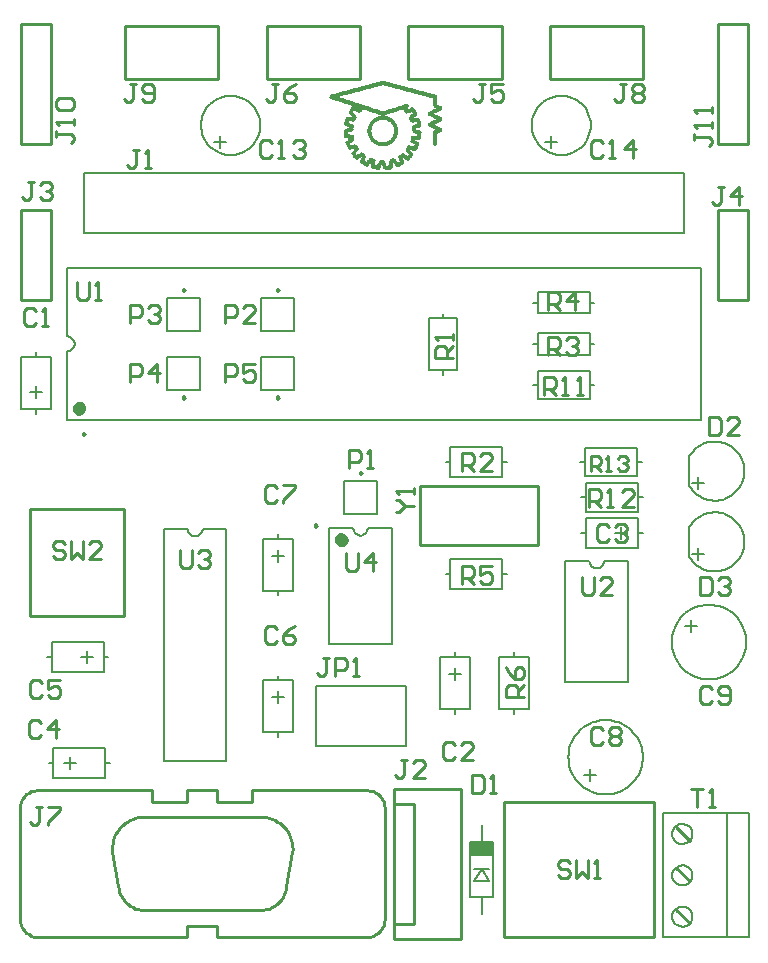
<source format=gto>
*
%LPD*%
%LNsal.gto*%
%FSLAX24Y24*%
%MOIN*%
%AD*%
%ADD10C,0.01*%
%ADD31C,0.009843*%
%ADD32C,0.007874*%
%ADD33C,0.023622*%
%ADD34R,0.012X0.001*%
%ADD35R,0.017X0.001*%
%ADD36R,0.025X0.001*%
%ADD37R,0.033X0.001*%
%ADD38R,0.042X0.001*%
%ADD39R,0.046X0.001*%
%ADD40R,0.054X0.001*%
%ADD41R,0.062X0.001*%
%ADD42R,0.07X0.001*%
%ADD43R,0.076X0.001*%
%ADD44R,0.085X0.001*%
%ADD45R,0.092X0.001*%
%ADD46R,0.044X0.001*%
%ADD47R,0.047X0.001*%
%ADD48R,0.045X0.001*%
%ADD49R,0.048X0.001*%
%ADD50R,0.043X0.001*%
%ADD51R,0.039X0.001*%
%ADD52R,0.041X0.001*%
%ADD53R,0.036X0.001*%
%ADD54R,0.031X0.001*%
%ADD55R,0.034X0.001*%
%ADD56R,0.029X0.001*%
%ADD57R,0.026X0.001*%
%ADD58R,0.024X0.001*%
%ADD59R,0.03X0.001*%
%ADD60R,0.022X0.001*%
%ADD61R,0.035X0.001*%
%ADD62R,0.014X0.001*%
%ADD63R,0.037X0.001*%
%ADD64R,0.011X0.001*%
%ADD65R,0.038X0.001*%
%ADD66R,0.003X0.001*%
%ADD67R,0.008X0.001*%
%ADD68R,0.013X0.001*%
%ADD69R,0.019X0.001*%
%ADD70R,0.015X0.001*%
%ADD71R,0.027X0.001*%
%ADD72R,0.002X0.001*%
%ADD73R,0.021X0.001*%
%ADD74R,0.007X0.001*%
%ADD75R,0.032X0.001*%
%ADD76R,0.023X0.001*%
%ADD77R,0.01X0.001*%
%ADD78R,0.018X0.001*%
%ADD79R,0.04X0.001*%
%ADD80R,0.006X0.001*%
%ADD81R,0.074X0.001*%
%ADD82R,0.05X0.001*%
%ADD83R,0.016X0.001*%
%ADD84R,0.02X0.001*%
%ADD85R,0.072X0.001*%
%ADD86R,0.065X0.001*%
%ADD87R,0.06X0.001*%
%ADD88R,0.053X0.001*%
%ADD89R,0.004X0.001*%
%ADD90R,0.028X0.001*%
%ADD91R,0.056X0.001*%
%ADD92R,0.059X0.001*%
%ADD93R,0.064X0.001*%
%ADD94R,0.009X0.001*%
%ADD95R,0.005X0.001*%
%ADD96R,0.058X0.001*%
%ADD97R,0.052X0.001*%
%ADD98R,0.049X0.001*%
%ADD99R,0.075984X0.047402*%
G54D10*
%SRX1Y1I0.0J0.0*%
G1X197Y329D2*
G1X270Y256D1*
G1X354Y197D1*
G1X447Y154D1*
G1X547Y127D1*
G1X649Y118D1*
G1X5649Y118D1*
G1X5649Y492D1*
G1X6633Y492D1*
G1X6633Y118D1*
G1X11633Y118D1*
G1X11736Y127D1*
G1X11835Y154D1*
G1X11929Y197D1*
G1X12013Y256D1*
G1X12086Y329D1*
G1X12145Y413D1*
G1X12189Y506D1*
G1X12215Y606D1*
G1X12224Y708D1*
G1X12224Y4409D1*
G1X12215Y4512D1*
G1X12189Y4611D1*
G1X12145Y4704D1*
G1X12086Y4789D1*
G1X12013Y4862D1*
G1X11929Y4920D1*
G1X11835Y4964D1*
G1X11736Y4991D1*
G1X11633Y5000D1*
G1X7815Y5000D1*
G1X7815Y4626D1*
G1X6633Y4626D1*
G1X6633Y5000D1*
G1X5649Y5000D1*
G1X5649Y4626D1*
G1X4468Y4626D1*
G1X4468Y5000D1*
G1X649Y5000D1*
G1X547Y4991D1*
G1X447Y4964D1*
G1X354Y4920D1*
G1X270Y4862D1*
G1X197Y4789D1*
G1X138Y4704D1*
G1X94Y4611D1*
G1X68Y4512D1*
G1X59Y4409D1*
G1X59Y708D1*
G1X68Y606D1*
G1X94Y506D1*
G1X138Y413D1*
G1X197Y329D1*
G1X3581Y1280D2*
G1X3654Y1211D1*
G1X3734Y1150D1*
G1X3821Y1100D1*
G1X3912Y1059D1*
G1X4008Y1028D1*
G1X4107Y1009D1*
G1X4207Y1001D1*
G1X4307Y1004D1*
G1X7976Y1004D1*
G1X8076Y1001D1*
G1X8176Y1009D1*
G1X8275Y1028D1*
G1X8371Y1059D1*
G1X8462Y1100D1*
G1X8549Y1150D1*
G1X8629Y1211D1*
G1X8702Y1280D1*
G1X8767Y1356D1*
G1X8823Y1439D1*
G1X8869Y1528D1*
G1X8905Y1622D1*
G1X8930Y1719D1*
G1X8944Y1819D1*
G1X9145Y2956D1*
G1X9150Y3055D1*
G1X9145Y3154D1*
G1X9131Y3251D1*
G1X9108Y3347D1*
G1X9076Y3440D1*
G1X9036Y3530D1*
G1X8988Y3616D1*
G1X8931Y3697D1*
G1X8869Y3773D1*
G1X8798Y3842D1*
G1X8722Y3905D1*
G1X8641Y3960D1*
G1X8555Y4008D1*
G1X8464Y4048D1*
G1X8370Y4078D1*
G1X8275Y4101D1*
G1X8177Y4114D1*
G1X4106Y4114D1*
G1X4008Y4101D1*
G1X3912Y4078D1*
G1X3819Y4048D1*
G1X3728Y4008D1*
G1X3642Y3960D1*
G1X3561Y3905D1*
G1X3485Y3842D1*
G1X3415Y3773D1*
G1X3351Y3697D1*
G1X3295Y3616D1*
G1X3247Y3530D1*
G1X3207Y3440D1*
G1X3175Y3347D1*
G1X3152Y3251D1*
G1X3138Y3154D1*
G1X3133Y3055D1*
G1X3137Y2956D1*
G1X3338Y1819D1*
G1X3353Y1719D1*
G1X3378Y1622D1*
G1X3414Y1528D1*
G1X3460Y1439D1*
G1X3516Y1356D1*
G1X3581Y1280D1*
G1X993Y3838D2*
G1X993Y3938D1*
G1X1393Y4338D1*
G1X1393Y4438D1*
G1X993Y4438D1*
G1X793Y4438D2*
G1X593Y4438D1*
G1X693Y4438D1*
G1X693Y3938D1*
G1X593Y3838D1*
G1X493Y3838D1*
G1X393Y3938D1*
G1X476Y6741D2*
G1X676Y6741D1*
G1X776Y6841D1*
G1X376Y6841D2*
G1X476Y6741D1*
G1X376Y6841D2*
G1X376Y7241D1*
G1X476Y7341D1*
G1X676Y7341D1*
G1X776Y7241D1*
G1X976Y7041D2*
G1X1375Y7041D1*
G1X1275Y7341D2*
G1X976Y7041D1*
G1X1275Y7341D2*
G1X1275Y6741D1*
G1X1293Y8070D2*
G1X1093Y8070D1*
G1X993Y8170D1*
G1X793Y8170D2*
G1X693Y8070D1*
G1X493Y8070D1*
G1X393Y8170D1*
G1X393Y8570D1*
G1X493Y8670D1*
G1X693Y8670D1*
G1X793Y8570D1*
G1X993Y8670D2*
G1X993Y8370D1*
G1X1193Y8470D1*
G1X1293Y8470D1*
G1X1393Y8370D1*
G1X1393Y8170D1*
G1X1293Y8070D1*
G1X1393Y8670D2*
G1X993Y8670D1*
G1X3543Y10826D2*
G1X3543Y14370D1*
G1X393Y14370D1*
G1X393Y10826D1*
G1X3543Y10826D1*
G1X2780Y12696D2*
G1X2380Y12696D1*
G1X2780Y13096D1*
G1X2780Y13196D1*
G1X2680Y13296D1*
G1X2480Y13296D1*
G1X2380Y13196D1*
G1X2181Y12696D2*
G1X2181Y13296D1*
G1X1781Y13296D2*
G1X1781Y12696D1*
G1X1981Y12896D1*
G1X2181Y12696D1*
G1X1481Y13296D2*
G1X1281Y13296D1*
G1X1181Y13196D1*
G1X1181Y13096D1*
G1X1281Y12996D1*
G1X1481Y12996D1*
G1X1581Y12896D1*
G1X1581Y12796D1*
G1X1481Y12696D1*
G1X1281Y12696D1*
G1X1181Y12796D1*
G1X1581Y13196D2*
G1X1481Y13296D1*
G1X5413Y13001D2*
G1X5413Y12501D1*
G1X5513Y12401D1*
G1X5713Y12401D1*
G1X5813Y12501D1*
G1X5813Y13001D1*
G1X6013Y12901D2*
G1X6113Y13001D1*
G1X6313Y13001D1*
G1X6413Y12901D1*
G1X6413Y12801D1*
G1X6313Y12701D1*
G1X6213Y12701D1*
G1X6313Y12701D1*
G1X6413Y12601D1*
G1X6413Y12501D1*
G1X6313Y12401D1*
G1X6113Y12401D1*
G1X6013Y12501D1*
G1X8326Y10464D2*
G1X8226Y10364D1*
G1X8226Y9964D1*
G1X8326Y9864D1*
G1X8526Y9864D1*
G1X8626Y9964D1*
G1X8826Y9964D2*
G1X8926Y9864D1*
G1X9126Y9864D1*
G1X9226Y9964D1*
G1X9226Y10064D1*
G1X9126Y10164D1*
G1X8826Y10164D1*
G1X8826Y9964D1*
G1X8826Y10164D2*
G1X9026Y10364D1*
G1X9226Y10464D1*
G1X10174Y9416D2*
G1X10274Y9416D1*
G1X10274Y8916D1*
G1X10174Y8816D1*
G1X10074Y8816D1*
G1X9974Y8916D1*
G1X10174Y9416D2*
G1X10374Y9416D1*
G1X10574Y9416D2*
G1X10874Y9416D1*
G1X10974Y9316D1*
G1X10974Y9116D1*
G1X10874Y9016D1*
G1X10574Y9016D1*
G1X10574Y8816D2*
G1X10574Y9416D1*
G1X11273Y9416D2*
G1X11173Y9316D1*
G1X11273Y9416D2*
G1X11273Y8816D1*
G1X11373Y8816D1*
G1X11173Y8816D1*
G1X12773Y6007D2*
G1X12873Y6007D1*
G1X12873Y5507D1*
G1X12773Y5407D1*
G1X12673Y5407D1*
G1X12573Y5507D1*
G1X12527Y5059D2*
G1X14779Y5059D1*
G1X14779Y59D1*
G1X12527Y59D1*
G1X12527Y5059D1*
G1X12527Y4559D2*
G1X13189Y4559D1*
G1X13189Y559D1*
G1X12527Y559D1*
G1X16200Y112D2*
G1X21200Y112D1*
G1X21200Y4612D1*
G1X16200Y4612D1*
G1X16200Y112D1*
G1X18111Y2067D2*
G1X18011Y2167D1*
G1X18011Y2467D2*
G1X18111Y2367D1*
G1X18311Y2367D1*
G1X18411Y2267D1*
G1X18411Y2167D1*
G1X18311Y2067D1*
G1X18111Y2067D1*
G1X18611Y2067D2*
G1X18811Y2267D1*
G1X19011Y2067D1*
G1X19011Y2667D1*
G1X19311Y2667D2*
G1X19211Y2567D1*
G1X19311Y2667D2*
G1X19311Y2067D1*
G1X19411Y2067D1*
G1X19211Y2067D1*
G1X18611Y2067D2*
G1X18611Y2667D1*
G1X18411Y2567D2*
G1X18311Y2667D1*
G1X18111Y2667D1*
G1X18011Y2567D1*
G1X18011Y2467D1*
G1X15933Y4907D2*
G1X15833Y4907D1*
G1X15833Y5507D1*
G1X15733Y5407D1*
G1X15733Y4907D2*
G1X15933Y4907D1*
G1X15173Y6004D2*
G1X14773Y6004D1*
G1X15173Y6404D1*
G1X15173Y6504D1*
G1X15073Y6604D1*
G1X14873Y6604D1*
G1X14773Y6504D1*
G1X14573Y6504D2*
G1X14473Y6604D1*
G1X14273Y6604D1*
G1X14173Y6504D1*
G1X14173Y6104D1*
G1X14273Y6004D1*
G1X14473Y6004D1*
G1X14573Y6104D1*
G1X15133Y5507D2*
G1X15133Y4907D1*
G1X15433Y4907D1*
G1X15533Y5007D1*
G1X15533Y5407D1*
G1X15433Y5507D1*
G1X15133Y5507D1*
G1X13573Y5807D2*
G1X13573Y5907D1*
G1X13473Y6007D1*
G1X13273Y6007D1*
G1X13173Y5907D1*
G1X13573Y5807D2*
G1X13173Y5407D1*
G1X13573Y5407D1*
G1X12973Y6007D2*
G1X12773Y6007D1*
G1X16269Y8101D2*
G1X16269Y8401D1*
G1X16369Y8501D1*
G1X16569Y8501D1*
G1X16669Y8401D1*
G1X16669Y8101D1*
G1X16269Y8101D2*
G1X16868Y8101D1*
G1X19094Y6596D2*
G1X19194Y6496D1*
G1X19394Y6496D1*
G1X19494Y6596D1*
G1X19694Y6596D2*
G1X19694Y6696D1*
G1X19794Y6796D1*
G1X19694Y6896D1*
G1X19694Y6996D1*
G1X19794Y7096D1*
G1X19994Y7096D1*
G1X20094Y6996D1*
G1X20094Y6896D1*
G1X19994Y6796D1*
G1X20094Y6696D1*
G1X20094Y6596D1*
G1X19994Y6496D1*
G1X19794Y6496D1*
G1X19694Y6596D1*
G1X19794Y6796D2*
G1X19994Y6796D1*
G1X19494Y6996D2*
G1X19394Y7096D1*
G1X19194Y7096D1*
G1X19094Y6996D1*
G1X19094Y6596D1*
G1X16868Y8501D2*
G1X16669Y8301D1*
G1X16769Y8701D2*
G1X16868Y8801D1*
G1X16868Y9001D1*
G1X16769Y9101D1*
G1X16669Y9101D1*
G1X16569Y9001D1*
G1X16569Y8701D1*
G1X16769Y8701D1*
G1X16569Y8701D2*
G1X16369Y8901D1*
G1X16269Y9101D1*
G1X18799Y11615D2*
G1X18899Y11515D1*
G1X19099Y11515D1*
G1X19199Y11615D1*
G1X19199Y12115D1*
G1X18799Y12115D2*
G1X18799Y11615D1*
G1X19399Y11515D2*
G1X19799Y11915D1*
G1X19799Y12015D1*
G1X19699Y12115D1*
G1X19499Y12115D1*
G1X19399Y12015D1*
G1X19399Y11515D2*
G1X19799Y11515D1*
G1X22836Y8474D2*
G1X22736Y8374D1*
G1X22736Y7974D1*
G1X22836Y7874D1*
G1X23036Y7874D1*
G1X23136Y7974D1*
G1X23336Y7974D2*
G1X23436Y7874D1*
G1X23636Y7874D1*
G1X23736Y7974D1*
G1X23736Y8374D1*
G1X23636Y8474D1*
G1X23436Y8474D1*
G1X23336Y8374D1*
G1X23336Y8274D1*
G1X23436Y8174D1*
G1X23736Y8174D1*
G1X23136Y8374D2*
G1X23036Y8474D1*
G1X22836Y8474D1*
G1X23436Y11515D2*
G1X23336Y11615D1*
G1X23436Y11515D2*
G1X23636Y11515D1*
G1X23736Y11615D1*
G1X23736Y11715D1*
G1X23636Y11815D1*
G1X23536Y11815D1*
G1X23636Y11815D1*
G1X23736Y11915D1*
G1X23736Y12015D1*
G1X23636Y12115D1*
G1X23436Y12115D1*
G1X23336Y12015D1*
G1X23136Y12015D2*
G1X23036Y12115D1*
G1X22736Y12115D1*
G1X22736Y11515D1*
G1X23036Y11515D1*
G1X23136Y11615D1*
G1X23136Y12015D1*
G1X20526Y14830D2*
G1X20526Y14930D1*
G1X20426Y15030D1*
G1X20226Y15030D1*
G1X20126Y14930D1*
G1X19726Y15030D2*
G1X19626Y14930D1*
G1X19426Y14930D2*
G1X19426Y14730D1*
G1X19326Y14630D1*
G1X19026Y14630D1*
G1X19226Y14630D2*
G1X19426Y14430D1*
G1X19626Y14430D2*
G1X19826Y14430D1*
G1X19726Y14430D1*
G1X19726Y15030D1*
G1X19426Y14930D2*
G1X19326Y15030D1*
G1X19026Y15030D1*
G1X19026Y14430D1*
G1X19291Y13787D2*
G1X19291Y13387D1*
G1X19391Y13287D1*
G1X19591Y13287D1*
G1X19691Y13387D1*
G1X19891Y13387D2*
G1X19991Y13287D1*
G1X20191Y13287D1*
G1X20291Y13387D1*
G1X20291Y13487D1*
G1X20191Y13587D1*
G1X20091Y13587D1*
G1X20191Y13587D1*
G1X20291Y13687D1*
G1X20291Y13787D1*
G1X20191Y13887D1*
G1X19991Y13887D1*
G1X19891Y13787D1*
G1X19691Y13787D2*
G1X19591Y13887D1*
G1X19391Y13887D1*
G1X19291Y13787D1*
G1X20126Y14430D2*
G1X20526Y14830D1*
G1X20324Y15731D2*
G1X20242Y15649D1*
G1X20078Y15649D1*
G1X19996Y15731D1*
G1X19750Y15649D2*
G1X19668Y15649D1*
G1X19668Y16141D1*
G1X19586Y16059D1*
G1X19422Y16059D2*
G1X19422Y15895D1*
G1X19340Y15813D1*
G1X19094Y15813D1*
G1X19258Y15813D2*
G1X19422Y15649D1*
G1X19586Y15649D2*
G1X19750Y15649D1*
G1X20324Y15731D2*
G1X20324Y15813D1*
G1X20242Y15895D1*
G1X20160Y15895D1*
G1X20242Y15895D1*
G1X20324Y15978D1*
G1X20324Y16059D1*
G1X20242Y16141D1*
G1X20078Y16141D1*
G1X19996Y16059D1*
G1X19422Y16059D2*
G1X19340Y16141D1*
G1X19094Y16141D1*
G1X19094Y15649D1*
G1X20126Y14430D2*
G1X20526Y14430D1*
G1X23031Y16830D2*
G1X23331Y16830D1*
G1X23431Y16930D1*
G1X23431Y17330D1*
G1X23331Y17430D1*
G1X23031Y17430D1*
G1X23031Y16830D1*
G1X23631Y16830D2*
G1X24031Y17230D1*
G1X24031Y17330D1*
G1X23931Y17430D1*
G1X23731Y17430D1*
G1X23631Y17330D1*
G1X23631Y16830D2*
G1X24031Y16830D1*
G1X24319Y21334D2*
G1X24319Y24334D1*
G1X23319Y24334D1*
G1X23319Y21334D1*
G1X24319Y21334D1*
G1X24030Y24507D2*
G1X24030Y25107D1*
G1X23730Y24807D1*
G1X24130Y24807D1*
G1X23530Y25107D2*
G1X23330Y25107D1*
G1X23430Y25107D1*
G1X23430Y24607D1*
G1X23330Y24507D1*
G1X23230Y24507D1*
G1X23130Y24607D1*
G1X23319Y26543D2*
G1X24319Y26543D1*
G1X24319Y30543D1*
G1X23319Y30543D1*
G1X23319Y26543D1*
G1X23130Y27276D2*
G1X23130Y27176D1*
G1X22530Y27176D1*
G1X22630Y27076D1*
G1X22530Y26876D2*
G1X22530Y26676D1*
G1X22530Y26776D1*
G1X23030Y26776D1*
G1X23130Y26676D1*
G1X23130Y26576D1*
G1X23030Y26476D1*
G1X23130Y27076D2*
G1X23130Y27276D1*
G1X23130Y27576D2*
G1X23130Y27776D1*
G1X23130Y27676D1*
G1X22530Y27676D1*
G1X22630Y27576D1*
G1X20781Y28552D2*
G1X20881Y28452D1*
G1X20881Y28352D1*
G1X20781Y28252D1*
G1X20881Y28152D1*
G1X20881Y28052D1*
G1X20781Y27952D1*
G1X20581Y27952D1*
G1X20481Y28052D1*
G1X20481Y28152D1*
G1X20581Y28252D1*
G1X20481Y28352D1*
G1X20481Y28452D1*
G1X20581Y28552D1*
G1X20781Y28552D1*
G1X20846Y28700D2*
G1X20846Y30472D1*
G1X17736Y30472D1*
G1X17736Y28700D1*
G1X20846Y28700D1*
G1X20781Y28252D2*
G1X20581Y28252D1*
G1X20181Y28052D2*
G1X20081Y27952D1*
G1X19981Y27952D1*
G1X19881Y28052D1*
G1X20181Y28052D2*
G1X20181Y28552D1*
G1X20081Y28552D1*
G1X20281Y28552D1*
G1X19194Y26682D2*
G1X19094Y26582D1*
G1X19094Y26182D1*
G1X19194Y26082D1*
G1X19394Y26082D1*
G1X19494Y26182D1*
G1X19694Y26082D2*
G1X19894Y26082D1*
G1X19794Y26082D1*
G1X19794Y26682D1*
G1X19694Y26582D1*
G1X19494Y26582D2*
G1X19394Y26682D1*
G1X19194Y26682D1*
G1X20494Y26682D2*
G1X20194Y26382D1*
G1X20594Y26382D1*
G1X20494Y26082D2*
G1X20494Y26682D1*
G1X16122Y30472D2*
G1X13011Y30472D1*
G1X13011Y28700D1*
G1X16122Y28700D1*
G1X16122Y30472D1*
G1X16157Y28552D2*
G1X15757Y28552D1*
G1X15757Y28252D1*
G1X15957Y28352D1*
G1X16057Y28352D1*
G1X16157Y28252D1*
G1X16157Y28052D1*
G1X16057Y27952D1*
G1X15857Y27952D1*
G1X15757Y28052D1*
G1X15557Y28552D2*
G1X15357Y28552D1*
G1X15457Y28552D1*
G1X15457Y28052D1*
G1X15357Y27952D1*
G1X15257Y27952D1*
G1X15157Y28052D1*
G1X11397Y30472D2*
G1X8287Y30472D1*
G1X8287Y28700D1*
G1X11397Y28700D1*
G1X11397Y30472D1*
G1X9267Y28552D2*
G1X9067Y28452D1*
G1X8867Y28252D1*
G1X8867Y28052D1*
G1X8967Y27952D1*
G1X9167Y27952D1*
G1X9267Y28052D1*
G1X9267Y28152D1*
G1X9167Y28252D1*
G1X8867Y28252D1*
G1X8567Y28052D2*
G1X8467Y27952D1*
G1X8367Y27952D1*
G1X8267Y28052D1*
G1X8567Y28052D2*
G1X8567Y28552D1*
G1X8467Y28552D1*
G1X8667Y28552D1*
G1X6673Y30472D2*
G1X3563Y30472D1*
G1X3563Y28700D1*
G1X6673Y28700D1*
G1X6673Y30472D1*
G1X4443Y28552D2*
G1X4243Y28552D1*
G1X4143Y28452D1*
G1X4143Y28352D1*
G1X4243Y28252D1*
G1X4543Y28252D1*
G1X4543Y28052D2*
G1X4543Y28452D1*
G1X4443Y28552D1*
G1X4443Y27952D2*
G1X4543Y28052D1*
G1X4443Y27952D2*
G1X4243Y27952D1*
G1X4143Y28052D1*
G1X4341Y26348D2*
G1X4241Y26248D1*
G1X4341Y26348D2*
G1X4341Y25748D1*
G1X4441Y25748D1*
G1X4241Y25748D1*
G1X4041Y26348D2*
G1X3841Y26348D1*
G1X3941Y26348D1*
G1X3941Y25848D1*
G1X3841Y25748D1*
G1X3741Y25748D1*
G1X3641Y25848D1*
G1X1870Y26674D2*
G1X1770Y26574D1*
G1X1870Y26674D2*
G1X1870Y26774D1*
G1X1770Y26874D1*
G1X1270Y26874D1*
G1X1270Y26774D1*
G1X1270Y26974D1*
G1X1370Y27174D2*
G1X1270Y27274D1*
G1X1870Y27274D1*
G1X1870Y27374D1*
G1X1870Y27174D1*
G1X3643Y27952D2*
G1X3543Y28052D1*
G1X3643Y27952D2*
G1X3743Y27952D1*
G1X3843Y28052D1*
G1X3843Y28552D1*
G1X3743Y28552D1*
G1X3943Y28552D1*
G1X1770Y28074D2*
G1X1870Y27974D1*
G1X1870Y27774D1*
G1X1770Y27674D1*
G1X1370Y27674D1*
G1X1270Y27774D1*
G1X1270Y27974D1*
G1X1370Y28074D1*
G1X1770Y28074D1*
G1X1090Y26543D2*
G1X1090Y30543D1*
G1X90Y30543D1*
G1X90Y26543D1*
G1X1090Y26543D1*
G1X1043Y25287D2*
G1X1143Y25187D1*
G1X1143Y25087D1*
G1X1043Y24987D1*
G1X943Y24987D1*
G1X1043Y24987D1*
G1X1143Y24887D1*
G1X1143Y24787D1*
G1X1043Y24687D1*
G1X843Y24687D1*
G1X743Y24787D1*
G1X443Y24787D2*
G1X343Y24687D1*
G1X243Y24687D1*
G1X143Y24787D1*
G1X90Y24334D2*
G1X1090Y24334D1*
G1X1090Y21334D1*
G1X90Y21334D1*
G1X90Y24334D1*
G1X443Y24787D2*
G1X443Y25287D1*
G1X343Y25287D1*
G1X543Y25287D1*
G1X743Y25187D2*
G1X843Y25287D1*
G1X1043Y25287D1*
G1X296Y21072D2*
G1X196Y20972D1*
G1X196Y20572D1*
G1X296Y20472D1*
G1X496Y20472D1*
G1X596Y20572D1*
G1X796Y20472D2*
G1X996Y20472D1*
G1X896Y20472D1*
G1X896Y21072D1*
G1X796Y20972D1*
G1X596Y20972D2*
G1X496Y21072D1*
G1X296Y21072D1*
G1X1968Y21458D2*
G1X2068Y21358D1*
G1X2268Y21358D1*
G1X2368Y21458D1*
G1X2368Y21958D1*
G1X2668Y21958D2*
G1X2568Y21858D1*
G1X2668Y21958D2*
G1X2668Y21358D1*
G1X2768Y21358D1*
G1X2568Y21358D1*
G1X1968Y21458D2*
G1X1968Y21958D1*
G1X3740Y20770D2*
G1X4040Y20770D1*
G1X4140Y20870D1*
G1X4140Y21070D1*
G1X4040Y21170D1*
G1X3740Y21170D1*
G1X3740Y20570D1*
G1X3740Y19202D2*
G1X4040Y19202D1*
G1X4140Y19102D1*
G1X4140Y18902D1*
G1X4040Y18802D1*
G1X3740Y18802D1*
G1X3740Y18602D2*
G1X3740Y19202D1*
G1X4640Y19202D2*
G1X4340Y18902D1*
G1X4740Y18902D1*
G1X4640Y18602D2*
G1X4640Y19202D1*
G1X4640Y20570D2*
G1X4440Y20570D1*
G1X4340Y20670D1*
G1X4540Y20870D2*
G1X4640Y20870D1*
G1X4540Y20870D1*
G1X4640Y20870D2*
G1X4740Y20770D1*
G1X4740Y20670D1*
G1X4640Y20570D1*
G1X4640Y20870D2*
G1X4740Y20970D1*
G1X4740Y21070D1*
G1X4640Y21170D1*
G1X4440Y21170D1*
G1X4340Y21070D1*
G1X6889Y19202D2*
G1X7189Y19202D1*
G1X7289Y19102D1*
G1X7289Y18902D1*
G1X7189Y18802D1*
G1X6889Y18802D1*
G1X6889Y18602D2*
G1X6889Y19202D1*
G1X7489Y19202D2*
G1X7489Y18902D1*
G1X7689Y19002D1*
G1X7789Y19002D1*
G1X7889Y18902D1*
G1X7889Y18702D1*
G1X7789Y18602D1*
G1X7589Y18602D1*
G1X7489Y18702D1*
G1X7489Y19202D2*
G1X7889Y19202D1*
G1X7889Y20570D2*
G1X7489Y20570D1*
G1X7889Y20970D1*
G1X7889Y21070D1*
G1X7789Y21170D1*
G1X7589Y21170D1*
G1X7489Y21070D1*
G1X7289Y21070D2*
G1X7289Y20870D1*
G1X7189Y20770D1*
G1X6889Y20770D1*
G1X6889Y20570D2*
G1X6889Y21170D1*
G1X7189Y21170D1*
G1X7289Y21070D1*
G1X11023Y16348D2*
G1X11323Y16348D1*
G1X11423Y16248D1*
G1X11423Y16048D1*
G1X11323Y15948D1*
G1X11023Y15948D1*
G1X11023Y16348D2*
G1X11023Y15748D1*
G1X11623Y15748D2*
G1X11823Y15748D1*
G1X11723Y15748D1*
G1X11723Y16348D1*
G1X11623Y16248D1*
G1X12589Y14971D2*
G1X12689Y14871D1*
G1X12689Y14671D2*
G1X12589Y14671D1*
G1X12689Y14671D2*
G1X12889Y14471D1*
G1X13189Y14471D1*
G1X13385Y13189D2*
G1X17322Y13189D1*
G1X17322Y15157D1*
G1X13385Y15157D1*
G1X13385Y13189D1*
G1X14794Y11871D2*
G1X14794Y12471D1*
G1X15094Y12471D1*
G1X15194Y12371D1*
G1X15194Y12171D1*
G1X15094Y12071D1*
G1X14794Y12071D1*
G1X14994Y12071D2*
G1X15194Y11871D1*
G1X15494Y11871D2*
G1X15394Y11971D1*
G1X15494Y11871D2*
G1X15694Y11871D1*
G1X15794Y11971D1*
G1X15794Y12171D1*
G1X15694Y12271D1*
G1X15594Y12271D1*
G1X15394Y12171D1*
G1X15394Y12471D1*
G1X15794Y12471D1*
G1X15806Y15655D2*
G1X15406Y15655D1*
G1X15806Y16055D1*
G1X15806Y16155D1*
G1X15706Y16255D1*
G1X15506Y16255D1*
G1X15406Y16155D1*
G1X15206Y16155D2*
G1X15206Y15955D1*
G1X15106Y15855D1*
G1X14806Y15855D1*
G1X15006Y15855D2*
G1X15206Y15655D1*
G1X14806Y15655D2*
G1X14806Y16255D1*
G1X15106Y16255D1*
G1X15206Y16155D1*
G1X13189Y15071D2*
G1X13189Y14971D1*
G1X12589Y14971D1*
G1X12589Y14271D2*
G1X12689Y14271D1*
G1X12889Y14471D1*
G1X11825Y12903D2*
G1X11525Y12603D1*
G1X11925Y12603D1*
G1X11825Y12303D2*
G1X11825Y12903D1*
G1X11325Y12903D2*
G1X11325Y12403D1*
G1X11225Y12303D1*
G1X11025Y12303D1*
G1X10925Y12403D1*
G1X10925Y12903D1*
G1X13189Y14871D2*
G1X13189Y15071D1*
G1X17530Y18170D2*
G1X17530Y18770D1*
G1X17830Y18770D1*
G1X17930Y18670D1*
G1X17930Y18470D1*
G1X17830Y18370D1*
G1X17530Y18370D1*
G1X17730Y18370D2*
G1X17930Y18170D1*
G1X18130Y18170D2*
G1X18330Y18170D1*
G1X18230Y18170D1*
G1X18230Y18770D1*
G1X18130Y18670D1*
G1X18630Y18670D2*
G1X18729Y18770D1*
G1X18729Y18170D1*
G1X18829Y18170D1*
G1X18630Y18170D1*
G1X18563Y19517D2*
G1X18363Y19517D1*
G1X18263Y19617D1*
G1X18263Y20017D2*
G1X18363Y20117D1*
G1X18563Y20117D1*
G1X18663Y20017D1*
G1X18663Y19917D1*
G1X18563Y19817D1*
G1X18463Y19817D1*
G1X18563Y19817D1*
G1X18663Y19717D1*
G1X18663Y19617D1*
G1X18563Y19517D1*
G1X18063Y19817D2*
G1X17963Y19717D1*
G1X17663Y19717D1*
G1X17863Y19717D2*
G1X18063Y19517D1*
G1X17663Y19517D2*
G1X17663Y20117D1*
G1X17963Y20117D1*
G1X18063Y20017D1*
G1X18063Y19817D1*
G1X18563Y21023D2*
G1X18563Y21622D1*
G1X18263Y21322D1*
G1X18663Y21322D1*
G1X18063Y21322D2*
G1X17963Y21222D1*
G1X17663Y21222D1*
G1X17663Y21023D2*
G1X17663Y21622D1*
G1X17963Y21622D1*
G1X18063Y21522D1*
G1X18063Y21322D1*
G1X18063Y21023D2*
G1X17863Y21222D1*
G1X14507Y20200D2*
G1X14507Y20100D1*
G1X13907Y20100D1*
G1X14007Y20000D1*
G1X14007Y19800D2*
G1X14207Y19800D1*
G1X14307Y19700D1*
G1X14307Y19400D1*
G1X14507Y19400D2*
G1X13907Y19400D1*
G1X13907Y19700D1*
G1X14007Y19800D1*
G1X14307Y19600D2*
G1X14507Y19800D1*
G1X14507Y20000D2*
G1X14507Y20200D1*
G1X9226Y15188D2*
G1X9226Y15088D1*
G1X8826Y14688D1*
G1X8826Y14589D1*
G1X8526Y14589D2*
G1X8626Y14688D1*
G1X8526Y14589D2*
G1X8326Y14589D1*
G1X8226Y14688D1*
G1X8226Y15088D1*
G1X8326Y15188D1*
G1X8526Y15188D1*
G1X8626Y15088D1*
G1X8826Y15188D2*
G1X9226Y15188D1*
G1X8626Y10364D2*
G1X8526Y10464D1*
G1X8326Y10464D1*
G1X22383Y565D2*
G1X21933Y1015D1*
G1X21933Y2415D2*
G1X22383Y1965D1*
G1X22383Y3315D2*
G1X21933Y3765D1*
G1X23241Y4429D2*
G1X23141Y4429D1*
G1X23141Y5029D1*
G1X23041Y4929D1*
G1X22841Y5029D2*
G1X22641Y5029D1*
G1X22641Y4429D1*
G1X23041Y4429D2*
G1X23241Y4429D1*
G1X22841Y5029D2*
G1X22441Y5029D1*
G1X9570Y26182D2*
G1X9470Y26082D1*
G1X9270Y26082D1*
G1X9170Y26182D1*
G1X9170Y26582D2*
G1X9270Y26682D1*
G1X9470Y26682D1*
G1X9570Y26582D1*
G1X9570Y26482D1*
G1X9470Y26382D1*
G1X9370Y26382D1*
G1X9470Y26382D1*
G1X9570Y26282D1*
G1X9570Y26182D1*
G1X8870Y26082D2*
G1X8770Y26082D1*
G1X8770Y26682D1*
G1X8670Y26582D1*
G1X8470Y26582D2*
G1X8370Y26682D1*
G1X8170Y26682D1*
G1X8070Y26582D1*
G1X8070Y26182D1*
G1X8170Y26082D1*
G1X8370Y26082D1*
G1X8470Y26182D1*
G1X8670Y26082D2*
G1X8870Y26082D1*
G1X2168Y16839D2*
G54D31*
G1X2242Y16881D1*
G1X2168Y16924D1*
G1X2168Y16839D1*
G1X5487Y18048D2*
G1X5561Y18090D1*
G1X5487Y18133D1*
G1X5487Y18048D1*
G1X8637Y18048D2*
G1X8710Y18090D1*
G1X8637Y18133D1*
G1X8637Y18048D1*
G1X11393Y15613D2*
G1X11393Y15528D1*
G1X11466Y15570D1*
G1X11393Y15613D1*
G1X9966Y13822D2*
G1X9893Y13865D1*
G1X9893Y13780D1*
G1X9966Y13822D1*
G1X8710Y21673D2*
G1X8637Y21716D1*
G1X8637Y21630D1*
G1X8710Y21673D1*
G1X5561Y21673D2*
G1X5487Y21716D1*
G1X5487Y21630D1*
G1X5561Y21673D1*
G1X1181Y5405D2*
G54D32*
G1X1181Y6405D1*
G1X2913Y6405D1*
G1X2913Y5405D1*
G1X1181Y5405D1*
G1X1743Y5705D2*
G1X1743Y6105D1*
G1X1943Y5905D2*
G1X1543Y5905D1*
G1X1181Y5905D2*
G1X1023Y5905D1*
G1X2913Y5905D2*
G1X3070Y5905D1*
G1X4862Y5964D2*
G1X6948Y5964D1*
G1X6948Y13720D1*
G1X6155Y13720D1*
G1X6136Y13624D1*
G1X6082Y13543D1*
G1X6001Y13489D1*
G1X5905Y13470D1*
G1X5809Y13489D1*
G1X5728Y13543D1*
G1X5674Y13624D1*
G1X5655Y13720D1*
G1X4862Y13720D1*
G1X4862Y5964D1*
G1X3011Y9448D2*
G1X2854Y9448D1*
G1X2492Y9448D2*
G1X2092Y9448D1*
G1X2292Y9248D2*
G1X2292Y9648D1*
G1X2854Y9948D2*
G1X1122Y9948D1*
G1X1122Y8948D1*
G1X2854Y8948D1*
G1X2854Y9948D1*
G1X1122Y9448D2*
G1X964Y9448D1*
G1X8661Y6771D2*
G1X8661Y6929D1*
G1X8161Y6929D2*
G1X9161Y6929D1*
G1X9161Y8661D1*
G1X8161Y8661D1*
G1X8161Y6929D1*
G1X8461Y8099D2*
G1X8861Y8099D1*
G1X8661Y7899D2*
G1X8661Y8299D1*
G1X8661Y8661D2*
G1X8661Y8819D1*
G1X9917Y8480D2*
G1X12917Y8480D1*
G1X12917Y6480D1*
G1X9917Y6480D1*
G1X9917Y8480D1*
G1X10374Y9881D2*
G1X12460Y9881D1*
G1X12460Y13740D1*
G1X11667Y13740D1*
G1X11648Y13644D1*
G1X11594Y13563D1*
G1X11513Y13509D1*
G1X11417Y13490D1*
G1X11321Y13509D1*
G1X11240Y13563D1*
G1X11186Y13644D1*
G1X11167Y13740D1*
G1X10374Y13740D1*
G1X10374Y9881D1*
G1X9161Y11653D2*
G1X9161Y13385D1*
G1X8161Y13385D1*
G1X8161Y11653D1*
G1X9161Y11653D1*
G1X8661Y11653D2*
G1X8661Y11496D1*
G1X8661Y12623D2*
G1X8661Y13023D1*
G1X8461Y12823D2*
G1X8861Y12823D1*
G1X8661Y13385D2*
G1X8661Y13543D1*
G1X10866Y14212D2*
G1X10866Y15315D1*
G1X11968Y15315D1*
G1X11968Y14212D1*
G1X10866Y14212D1*
G1X14252Y12204D2*
G1X14409Y12204D1*
G1X14409Y12696D1*
G1X16141Y12696D1*
G1X16141Y11712D1*
G1X14409Y11712D1*
G1X14409Y12204D1*
G1X16141Y12204D2*
G1X16299Y12204D1*
G1X14567Y9606D2*
G1X14567Y9448D1*
G1X14567Y9086D2*
G1X14567Y8686D1*
G1X14367Y8886D2*
G1X14767Y8886D1*
G1X15067Y9448D2*
G1X14067Y9448D1*
G1X14067Y7716D1*
G1X15067Y7716D1*
G1X15067Y9448D1*
G1X14567Y7716D2*
G1X14567Y7559D1*
G1X16043Y7716D2*
G1X16043Y9448D1*
G1X17027Y9448D1*
G1X17027Y7716D1*
G1X16535Y7716D1*
G1X16535Y7559D1*
G1X16535Y7716D2*
G1X16043Y7716D1*
G1X16535Y9448D2*
G1X16535Y9606D1*
G1X18727Y6996D2*
G1X18658Y6924D1*
G1X18595Y6847D1*
G1X18538Y6765D1*
G1X18488Y6678D1*
G1X18446Y6588D1*
G1X18410Y6495D1*
G1X18382Y6399D1*
G1X18362Y6301D1*
G1X18350Y6202D1*
G1X18346Y6102D1*
G1X18350Y6002D1*
G1X18362Y5903D1*
G1X18382Y5806D1*
G1X18410Y5709D1*
G1X18446Y5616D1*
G1X18488Y5526D1*
G1X18538Y5439D1*
G1X18595Y5357D1*
G1X18658Y5280D1*
G1X18727Y5208D1*
G1X18802Y5141D1*
G1X18882Y5081D1*
G1X18966Y5028D1*
G1X19055Y4982D1*
G1X19146Y4943D1*
G1X19241Y4911D1*
G1X19338Y4887D1*
G1X19437Y4871D1*
G1X19537Y4863D1*
G1X19636Y4863D1*
G1X19736Y4871D1*
G1X19835Y4887D1*
G1X19931Y4911D1*
G1X20026Y4943D1*
G1X20118Y4982D1*
G1X20206Y5028D1*
G1X20291Y5081D1*
G1X20371Y5141D1*
G1X20446Y5208D1*
G1X20515Y5280D1*
G1X20578Y5357D1*
G1X20635Y5439D1*
G1X20685Y5526D1*
G1X20727Y5616D1*
G1X20763Y5709D1*
G1X20791Y5806D1*
G1X20811Y5903D1*
G1X20822Y6002D1*
G1X20826Y6102D1*
G1X20822Y6202D1*
G1X20811Y6301D1*
G1X20791Y6399D1*
G1X20763Y6495D1*
G1X20727Y6588D1*
G1X20685Y6678D1*
G1X20635Y6765D1*
G1X20578Y6847D1*
G1X20515Y6924D1*
G1X20446Y6996D1*
G1X20371Y7063D1*
G1X20291Y7123D1*
G1X20206Y7176D1*
G1X20118Y7222D1*
G1X20026Y7262D1*
G1X19931Y7293D1*
G1X19835Y7317D1*
G1X19736Y7333D1*
G1X19636Y7341D1*
G1X19537Y7341D1*
G1X19437Y7333D1*
G1X19338Y7317D1*
G1X19241Y7293D1*
G1X19146Y7262D1*
G1X19055Y7222D1*
G1X18966Y7176D1*
G1X18882Y7123D1*
G1X18802Y7063D1*
G1X18727Y6996D1*
G1X19056Y5702D2*
G1X19056Y5302D1*
G1X18856Y5502D2*
G1X19256Y5502D1*
G1X21844Y2310D2*
G1X21815Y2215D1*
G1X21815Y2115D1*
G1X21844Y2020D1*
G1X21900Y1937D1*
G1X21978Y1875D1*
G1X22071Y1839D1*
G1X22170Y1831D1*
G1X22268Y1854D1*
G1X22354Y1904D1*
G1X22422Y1977D1*
G1X22465Y2067D1*
G1X22480Y2165D1*
G1X22465Y2264D1*
G1X22422Y2354D1*
G1X22354Y2427D1*
G1X22268Y2477D1*
G1X22170Y2499D1*
G1X22071Y2491D1*
G1X21978Y2455D1*
G1X21900Y2393D1*
G1X21844Y2310D1*
G1X21844Y932D2*
G1X21815Y837D1*
G1X21815Y737D1*
G1X21844Y642D1*
G1X21900Y559D1*
G1X21978Y497D1*
G1X22071Y461D1*
G1X22170Y454D1*
G1X22268Y476D1*
G1X22354Y526D1*
G1X22422Y599D1*
G1X22465Y689D1*
G1X22480Y787D1*
G1X22465Y886D1*
G1X22422Y976D1*
G1X22354Y1049D1*
G1X22268Y1099D1*
G1X22170Y1121D1*
G1X22071Y1113D1*
G1X21978Y1077D1*
G1X21900Y1015D1*
G1X21844Y932D1*
G1X21515Y98D2*
G1X21515Y4232D1*
G1X24350Y4232D1*
G1X24350Y98D1*
G1X21515Y98D1*
G1X23622Y98D2*
G1X23622Y4232D1*
G1X22354Y3805D2*
G1X22268Y3855D1*
G1X22170Y3877D1*
G1X22071Y3869D1*
G1X21978Y3833D1*
G1X21900Y3771D1*
G1X21844Y3688D1*
G1X21815Y3593D1*
G1X21815Y3493D1*
G1X21844Y3398D1*
G1X21900Y3315D1*
G1X21978Y3253D1*
G1X22071Y3217D1*
G1X22170Y3209D1*
G1X22268Y3231D1*
G1X22354Y3281D1*
G1X22422Y3355D1*
G1X22465Y3444D1*
G1X22480Y3543D1*
G1X22465Y3642D1*
G1X22422Y3731D1*
G1X22354Y3805D1*
G1X23181Y8709D2*
G1X23280Y8726D1*
G1X23376Y8750D1*
G1X23471Y8781D1*
G1X23563Y8820D1*
G1X23651Y8867D1*
G1X23736Y8920D1*
G1X23816Y8980D1*
G1X23891Y9046D1*
G1X23959Y9119D1*
G1X24023Y9196D1*
G1X24080Y9278D1*
G1X24130Y9365D1*
G1X24172Y9455D1*
G1X24207Y9548D1*
G1X24235Y9644D1*
G1X24256Y9742D1*
G1X24267Y9841D1*
G1X24271Y9941D1*
G1X24267Y10041D1*
G1X24256Y10140D1*
G1X24235Y10237D1*
G1X24207Y10333D1*
G1X24172Y10427D1*
G1X24130Y10517D1*
G1X24080Y10604D1*
G1X24023Y10686D1*
G1X23959Y10763D1*
G1X23891Y10835D1*
G1X23816Y10901D1*
G1X23736Y10961D1*
G1X23651Y11015D1*
G1X23563Y11061D1*
G1X23471Y11100D1*
G1X23376Y11132D1*
G1X23280Y11156D1*
G1X23181Y11172D1*
G1X23081Y11180D1*
G1X22981Y11180D1*
G1X22882Y11172D1*
G1X22783Y11156D1*
G1X22686Y11132D1*
G1X22591Y11100D1*
G1X22500Y11061D1*
G1X22411Y11015D1*
G1X22327Y10961D1*
G1X22247Y10901D1*
G1X22172Y10835D1*
G1X22103Y10763D1*
G1X22040Y10686D1*
G1X21983Y10604D1*
G1X21933Y10517D1*
G1X21891Y10427D1*
G1X21855Y10333D1*
G1X21827Y10237D1*
G1X21807Y10140D1*
G1X21795Y10041D1*
G1X21791Y9941D1*
G1X21795Y9841D1*
G1X21807Y9742D1*
G1X21827Y9644D1*
G1X21855Y9548D1*
G1X21891Y9455D1*
G1X21933Y9365D1*
G1X21983Y9278D1*
G1X22040Y9196D1*
G1X22103Y9119D1*
G1X22172Y9046D1*
G1X22247Y8980D1*
G1X22327Y8920D1*
G1X22411Y8867D1*
G1X22500Y8820D1*
G1X22591Y8781D1*
G1X22686Y8750D1*
G1X22783Y8726D1*
G1X22882Y8709D1*
G1X22981Y8702D1*
G1X23081Y8702D1*
G1X23181Y8709D1*
G1X22431Y10271D2*
G1X22431Y10671D1*
G1X22231Y10471D2*
G1X22631Y10471D1*
G1X23189Y12296D2*
G1X23287Y12297D1*
G1X23386Y12308D1*
G1X23483Y12329D1*
G1X23577Y12359D1*
G1X23668Y12399D1*
G1X23754Y12447D1*
G1X23835Y12504D1*
G1X23910Y12569D1*
G1X23978Y12642D1*
G1X24038Y12720D1*
G1X24090Y12804D1*
G1X24133Y12894D1*
G1X24168Y12987D1*
G1X24193Y13082D1*
G1X24207Y13180D1*
G1X24212Y13279D1*
G1X24207Y13378D1*
G1X24193Y13476D1*
G1X24168Y13572D1*
G1X24133Y13665D1*
G1X24090Y13754D1*
G1X24038Y13839D1*
G1X23978Y13917D1*
G1X23910Y13989D1*
G1X23835Y14054D1*
G1X23754Y14111D1*
G1X23668Y14160D1*
G1X23577Y14200D1*
G1X23483Y14230D1*
G1X23386Y14251D1*
G1X23287Y14262D1*
G1X23189Y14263D1*
G1X23090Y14254D1*
G1X22993Y14235D1*
G1X22898Y14206D1*
G1X22806Y14169D1*
G1X22719Y14122D1*
G1X22637Y14066D1*
G1X22561Y14003D1*
G1X22491Y13932D1*
G1X22430Y13855D1*
G1X22376Y13771D1*
G1X22378Y13779D2*
G1X22378Y12779D1*
G1X22376Y12787D2*
G1X22430Y12704D1*
G1X22491Y12627D1*
G1X22561Y12556D1*
G1X22637Y12493D1*
G1X22719Y12437D1*
G1X22806Y12390D1*
G1X22898Y12352D1*
G1X22993Y12324D1*
G1X23090Y12305D1*
G1X23189Y12296D1*
G1X22678Y12679D2*
G1X22678Y13079D1*
G1X22478Y12879D2*
G1X22878Y12879D1*
G1X20826Y13582D2*
G1X20669Y13582D1*
G1X20669Y14082D2*
G1X18937Y14082D1*
G1X18937Y13082D1*
G1X20669Y13082D1*
G1X20669Y14082D1*
G1X20669Y14291D2*
G1X20669Y15236D1*
G1X18937Y15236D1*
G1X18937Y14763D1*
G1X18779Y14763D1*
G1X18937Y14763D2*
G1X18937Y14291D1*
G1X20669Y14291D1*
G1X22561Y14918D2*
G1X22637Y14855D1*
G1X22719Y14799D1*
G1X22806Y14752D1*
G1X22898Y14715D1*
G1X22993Y14686D1*
G1X23090Y14667D1*
G1X23189Y14658D1*
G1X23287Y14659D1*
G1X23386Y14670D1*
G1X23483Y14691D1*
G1X23577Y14721D1*
G1X23668Y14761D1*
G1X23754Y14809D1*
G1X23835Y14867D1*
G1X23910Y14931D1*
G1X23978Y15004D1*
G1X24038Y15082D1*
G1X24090Y15167D1*
G1X24133Y15256D1*
G1X24168Y15349D1*
G1X24193Y15444D1*
G1X24207Y15543D1*
G1X24212Y15641D1*
G1X24207Y15741D1*
G1X24193Y15839D1*
G1X24168Y15934D1*
G1X24133Y16027D1*
G1X24090Y16117D1*
G1X24038Y16201D1*
G1X23978Y16279D1*
G1X23910Y16351D1*
G1X23835Y16416D1*
G1X23754Y16473D1*
G1X23668Y16522D1*
G1X23577Y16562D1*
G1X23483Y16592D1*
G1X23386Y16613D1*
G1X23287Y16624D1*
G1X23189Y16625D1*
G1X23090Y16616D1*
G1X22993Y16597D1*
G1X22898Y16569D1*
G1X22806Y16531D1*
G1X22719Y16484D1*
G1X22637Y16428D1*
G1X22561Y16365D1*
G1X22491Y16294D1*
G1X22430Y16217D1*
G1X22376Y16133D1*
G1X22378Y16141D2*
G1X22378Y15141D1*
G1X22376Y15149D2*
G1X22430Y15066D1*
G1X22491Y14989D1*
G1X22561Y14918D1*
G1X22678Y15041D2*
G1X22678Y15441D1*
G1X22478Y15241D2*
G1X22878Y15241D1*
G1X20787Y15944D2*
G1X20630Y15944D1*
G1X20630Y16417D1*
G1X18897Y16417D1*
G1X18897Y15472D1*
G1X20630Y15472D1*
G1X20630Y15944D1*
G1X20669Y14763D2*
G1X20826Y14763D1*
G1X20307Y13582D2*
G1X19907Y13582D1*
G1X20107Y13382D2*
G1X20107Y13782D1*
G1X20334Y12657D2*
G1X20334Y8602D1*
G1X18248Y8602D1*
G1X18248Y12657D1*
G1X19041Y12657D1*
G1X19060Y12561D1*
G1X19114Y12480D1*
G1X19195Y12426D1*
G1X19291Y12407D1*
G1X19387Y12426D1*
G1X19468Y12480D1*
G1X19522Y12561D1*
G1X19541Y12657D1*
G1X20334Y12657D1*
G1X18937Y13582D2*
G1X18779Y13582D1*
G1X18740Y15944D2*
G1X18897Y15944D1*
G1X19055Y18031D2*
G1X19055Y18976D1*
G1X17322Y18976D1*
G1X17322Y18504D1*
G1X17322Y18031D1*
G1X19055Y18031D1*
G1X19055Y18504D2*
G1X19212Y18504D1*
G1X19055Y19517D2*
G1X19055Y20246D1*
G1X17322Y20246D1*
G1X17322Y19881D1*
G1X17165Y19881D1*
G1X17322Y19881D2*
G1X17322Y19517D1*
G1X19055Y19517D1*
G1X19055Y19881D2*
G1X19212Y19881D1*
G1X19055Y20895D2*
G1X19055Y21624D1*
G1X17322Y21624D1*
G1X17322Y21259D1*
G1X17165Y21259D1*
G1X17322Y21259D2*
G1X17322Y20895D1*
G1X19055Y20895D1*
G1X19055Y21259D2*
G1X19212Y21259D1*
G1X17322Y18504D2*
G1X17165Y18504D1*
G1X16141Y16437D2*
G1X14409Y16437D1*
G1X14409Y15944D1*
G1X14409Y15452D1*
G1X16141Y15452D1*
G1X16141Y16437D1*
G1X16141Y15944D2*
G1X16299Y15944D1*
G1X14409Y15944D2*
G1X14252Y15944D1*
G1X14645Y18996D2*
G1X14645Y20728D1*
G1X13700Y20728D1*
G1X13700Y18996D1*
G1X14173Y18996D1*
G1X14645Y18996D1*
G1X14173Y20728D2*
G1X14173Y20885D1*
G1X14173Y18996D2*
G1X14173Y18838D1*
G1X9212Y21417D2*
G1X8110Y21417D1*
G1X8110Y20315D1*
G1X9212Y20315D1*
G1X9212Y21417D1*
G1X8110Y19448D2*
G1X9212Y19448D1*
G1X9212Y18346D1*
G1X8110Y18346D1*
G1X8110Y19448D1*
G1X6063Y21417D2*
G1X4960Y21417D1*
G1X4960Y20315D1*
G1X6063Y20315D1*
G1X6063Y21417D1*
G1X4960Y19448D2*
G1X6063Y19448D1*
G1X6063Y18346D1*
G1X4960Y18346D1*
G1X4960Y19448D1*
G1X1810Y19705D2*
G1X1865Y19786D1*
G1X1883Y19881D1*
G1X1865Y19977D1*
G1X1810Y20058D1*
G1X1729Y20113D1*
G1X1633Y20131D1*
G1X1633Y22421D1*
G1X22775Y22421D1*
G1X22775Y17342D1*
G1X1633Y17342D1*
G1X1633Y19631D1*
G1X1729Y19651D1*
G1X1810Y19705D1*
G1X590Y19606D2*
G1X590Y19448D1*
G1X1090Y19448D2*
G1X1090Y17716D1*
G1X90Y17716D1*
G1X90Y19448D1*
G1X1090Y19448D1*
G1X590Y18478D2*
G1X590Y18078D1*
G1X590Y17716D2*
G1X590Y17559D1*
G1X390Y18278D2*
G1X790Y18278D1*
G1X2204Y23567D2*
G1X22204Y23567D1*
G1X22204Y25567D1*
G1X2204Y25567D1*
G1X2204Y23567D1*
G1X6408Y26452D2*
G1X6484Y26387D1*
G1X6566Y26330D1*
G1X6653Y26281D1*
G1X6744Y26242D1*
G1X6840Y26212D1*
G1X6937Y26192D1*
G1X7037Y26182D1*
G1X7136Y26182D1*
G1X7235Y26192D1*
G1X7333Y26212D1*
G1X7428Y26242D1*
G1X7520Y26281D1*
G1X7607Y26330D1*
G1X7689Y26387D1*
G1X7765Y26452D1*
G1X7833Y26524D1*
G1X7894Y26603D1*
G1X7947Y26687D1*
G1X7991Y26777D1*
G1X8026Y26870D1*
G1X8050Y26967D1*
G1X8066Y27066D1*
G1X8070Y27165D1*
G1X8066Y27265D1*
G1X8050Y27363D1*
G1X8026Y27460D1*
G1X7991Y27553D1*
G1X7947Y27643D1*
G1X7894Y27728D1*
G1X7833Y27806D1*
G1X7765Y27878D1*
G1X7689Y27943D1*
G1X7607Y28000D1*
G1X7520Y28049D1*
G1X7428Y28088D1*
G1X7333Y28118D1*
G1X7235Y28138D1*
G1X7136Y28148D1*
G1X7037Y28148D1*
G1X6937Y28138D1*
G1X6840Y28118D1*
G1X6744Y28088D1*
G1X6653Y28049D1*
G1X6566Y28000D1*
G1X6484Y27943D1*
G1X6408Y27878D1*
G1X6340Y27806D1*
G1X6279Y27728D1*
G1X6226Y27643D1*
G1X6182Y27553D1*
G1X6147Y27460D1*
G1X6122Y27363D1*
G1X6107Y27265D1*
G1X6102Y27165D1*
G1X6107Y27066D1*
G1X6122Y26967D1*
G1X6147Y26870D1*
G1X6182Y26777D1*
G1X6226Y26687D1*
G1X6279Y26603D1*
G1X6340Y26524D1*
G1X6408Y26452D1*
G1X6539Y26615D2*
G1X6939Y26615D1*
G1X6739Y26415D2*
G1X6739Y26815D1*
G1X17171Y26870D2*
G1X17206Y26777D1*
G1X17250Y26687D1*
G1X17302Y26603D1*
G1X17363Y26524D1*
G1X17432Y26452D1*
G1X17507Y26387D1*
G1X17589Y26330D1*
G1X17676Y26281D1*
G1X17768Y26242D1*
G1X17863Y26212D1*
G1X17961Y26192D1*
G1X18060Y26182D1*
G1X18160Y26182D1*
G1X18259Y26192D1*
G1X18357Y26212D1*
G1X18452Y26242D1*
G1X18543Y26281D1*
G1X18631Y26330D1*
G1X18713Y26387D1*
G1X18788Y26452D1*
G1X18857Y26524D1*
G1X18918Y26603D1*
G1X18970Y26687D1*
G1X19015Y26777D1*
G1X19049Y26870D1*
G1X19074Y26967D1*
G1X19089Y27066D1*
G1X19094Y27165D1*
G1X19089Y27265D1*
G1X19074Y27363D1*
G1X19049Y27460D1*
G1X19015Y27553D1*
G1X18970Y27643D1*
G1X18918Y27728D1*
G1X18857Y27806D1*
G1X18788Y27878D1*
G1X18713Y27943D1*
G1X18631Y28000D1*
G1X18543Y28049D1*
G1X18452Y28088D1*
G1X18357Y28118D1*
G1X18259Y28138D1*
G1X18160Y28148D1*
G1X18060Y28148D1*
G1X17961Y28138D1*
G1X17863Y28118D1*
G1X17768Y28088D1*
G1X17676Y28049D1*
G1X17589Y28000D1*
G1X17507Y27943D1*
G1X17432Y27878D1*
G1X17363Y27806D1*
G1X17302Y27728D1*
G1X17250Y27643D1*
G1X17206Y27553D1*
G1X17171Y27460D1*
G1X17146Y27363D1*
G1X17131Y27265D1*
G1X17126Y27165D1*
G1X17131Y27066D1*
G1X17146Y26967D1*
G1X17171Y26870D1*
G1X17563Y26615D2*
G1X17963Y26615D1*
G1X17763Y26415D2*
G1X17763Y26815D1*
G1X15452Y3858D2*
G1X15452Y3267D1*
G1X15072Y3267D2*
G1X15832Y3267D1*
G1X15832Y1456D1*
G1X15072Y1456D1*
G1X15072Y3267D1*
G1X15202Y2393D2*
G1X15702Y2393D1*
G1X15702Y1993D2*
G1X15452Y2393D1*
G1X15202Y1993D1*
G1X15702Y1993D1*
G1X15452Y1456D2*
G1X15452Y866D1*
G1X1921Y17685D2*
G54D33*
G1X2001Y17621D1*
G1X2101Y17644D1*
G1X2145Y17736D1*
G1X2101Y17828D1*
G1X2001Y17851D1*
G1X1921Y17787D1*
G1X1921Y17685D1*
G1X10741Y13231D2*
G1X10841Y13254D1*
G1X10885Y13346D1*
G1X10841Y13439D1*
G1X10741Y13461D1*
G1X10661Y13398D1*
G1X10661Y13295D1*
G1X10741Y13231D1*
G54D34*
G1X11844Y25923D3*
G1X12054Y25853D3*
G1X12054Y25843D3*
G1X12044Y25833D3*
G1X12044Y25823D3*
G1X12044Y25813D3*
G1X12215Y25813D3*
G1X12215Y25803D3*
G1X12204Y25833D3*
G1X12204Y25843D3*
G1X12204Y25853D3*
G1X12424Y25853D3*
G1X12424Y25863D3*
G1X12424Y25873D3*
G1X12424Y25883D3*
G1X12424Y25893D3*
G1X12424Y25903D3*
G1X12424Y25843D3*
G1X12424Y25833D3*
G1X12424Y25823D3*
G1X12424Y25813D3*
G1X12654Y25793D3*
G1X12794Y25933D3*
G1X13154Y26663D3*
G1X13154Y26673D3*
G1X13194Y27013D3*
G1X13194Y27023D3*
G1X13194Y27033D3*
G1X13365Y27183D3*
G1X13365Y27193D3*
G1X13365Y27203D3*
G1X13915Y26883D3*
G1X13365Y27213D3*
G1X13354Y27233D3*
G1X13354Y27243D3*
G1X13354Y27253D3*
G1X13915Y27833D3*
G1X12165Y28613D3*
G1X12154Y27493D3*
G1X12915Y27683D3*
G1X12915Y27693D3*
G1X12944Y27833D3*
G1X12565Y27133D3*
G1X12574Y27113D3*
G1X12574Y27103D3*
G1X12585Y27093D3*
G1X12585Y27083D3*
G1X12585Y27073D3*
G1X12585Y27063D3*
G1X12594Y27033D3*
G1X12594Y27023D3*
G1X12594Y27013D3*
G1X12604Y26983D3*
G1X12604Y26973D3*
G1X12604Y26963D3*
G1X12604Y26953D3*
G1X12594Y26933D3*
G1X12594Y26923D3*
G1X12594Y26913D3*
G1X12594Y26903D3*
G1X12594Y26893D3*
G1X12594Y26883D3*
G1X12594Y26873D3*
G1X12585Y26853D3*
G1X12585Y26833D3*
G1X12574Y26823D3*
G1X12574Y26813D3*
G1X11735Y26813D3*
G1X11735Y26823D3*
G1X11735Y26833D3*
G1X11735Y26843D3*
G1X11744Y26803D3*
G1X11735Y27083D3*
G1X11735Y27093D3*
G1X11735Y27103D3*
G1X11744Y27123D3*
G1X11774Y26033D3*
G1X12754Y26053D3*
G1X12765Y26023D3*
G1X12774Y25993D3*
G1X12774Y25983D3*
G1X12785Y25973D3*
G1X12785Y25953D3*
G1X12985Y26013D3*
G1X10944Y27233D3*
G1X10944Y27243D3*
G1X10954Y27253D3*
G1X10954Y27263D3*
G1X10954Y27273D3*
G1X10954Y27283D3*
G1X10965Y27293D3*
G1X10965Y27303D3*
G1X11124Y27073D3*
G1X11144Y26703D3*
G1X11004Y26523D3*
G1X11004Y26513D3*
G1X11535Y26093D3*
G1X11524Y26073D3*
G1X11515Y26053D3*
G1X11504Y26023D3*
G1X11504Y26013D3*
G1X11494Y26003D3*
G1X11494Y25993D3*
G1X11724Y26853D3*
G1X11724Y26863D3*
G1X11724Y26873D3*
G1X11715Y26913D3*
G1X11715Y26923D3*
G1X11715Y26933D3*
G1X11715Y26943D3*
G1X11715Y26953D3*
G1X11715Y26963D3*
G1X11715Y26973D3*
G1X11715Y26983D3*
G1X11715Y26993D3*
G1X11715Y27003D3*
G1X11715Y27013D3*
G1X11724Y27033D3*
G1X11724Y27043D3*
G1X11724Y27053D3*
G1X11724Y27063D3*
G54D35*
G1X12670Y25813D3*
G1X13070Y26443D3*
G1X13200Y26333D3*
G1X13280Y26533D3*
G1X13180Y26623D3*
G1X13170Y27463D3*
G1X13159Y27453D3*
G1X13150Y27443D3*
G1X13189Y27483D3*
G1X13200Y27493D3*
G1X13209Y27503D3*
G1X14039Y27353D3*
G1X13939Y27803D3*
G1X13880Y28073D3*
G1X12159Y28603D3*
G1X12159Y27503D3*
G1X11859Y27283D3*
G1X11850Y27273D3*
G1X12459Y27273D3*
G1X12930Y27823D3*
G1X12470Y26653D3*
G1X12459Y26643D3*
G1X12450Y26633D3*
G1X11850Y26643D3*
G1X11350Y27623D3*
G1X10950Y26933D3*
G1X11009Y26573D3*
G1X11500Y25933D3*
G54D36*
G1X12130Y25873D3*
G1X12130Y25883D3*
G1X12130Y25893D3*
G1X13830Y27123D3*
G1X13850Y27113D3*
G1X13870Y27103D3*
G1X13920Y27073D3*
G1X13939Y27063D3*
G1X13980Y27043D3*
G1X13980Y27303D3*
G1X13939Y27283D3*
G1X13950Y27423D3*
G1X13930Y27433D3*
G1X13909Y27443D3*
G1X13889Y27453D3*
G1X13870Y27463D3*
G1X13830Y27483D3*
G1X13809Y27573D3*
G1X13970Y27413D3*
G1X13830Y27223D3*
G1X12159Y28593D3*
G1X11950Y27333D3*
G1X11950Y26583D3*
G1X11780Y25963D3*
G1X12489Y25953D3*
G1X10989Y26953D3*
G1X11050Y27023D3*
G1X11050Y27133D3*
G1X11039Y27143D3*
G1X11030Y27153D3*
G1X11020Y27163D3*
G54D37*
G1X11939Y25793D3*
G1X12320Y25793D3*
G1X12689Y25883D3*
G1X13270Y26743D3*
G1X13239Y27303D3*
G1X13230Y27323D3*
G1X13230Y27333D3*
G1X12159Y28583D3*
G1X12159Y27433D3*
G1X11080Y27333D3*
G1X11030Y26773D3*
G1X11589Y25903D3*
G54D38*
G1X12154Y26503D3*
G1X13735Y28143D3*
G1X12165Y28573D3*
G1X12785Y27733D3*
G1X11574Y27723D3*
G1X10624Y28143D3*
G1X11385Y26113D3*
G54D39*
G1X12154Y26513D3*
G1X13115Y28313D3*
G1X13144Y28303D3*
G1X13444Y28223D3*
G1X13674Y28163D3*
G1X12165Y28563D3*
G1X11785Y28463D3*
G1X12544Y28463D3*
G1X12694Y28423D3*
G1X12844Y28383D3*
G1X12994Y28343D3*
G1X11635Y28423D3*
G1X11604Y28413D3*
G1X11554Y28403D3*
G1X11485Y28383D3*
G1X11454Y28373D3*
G1X11404Y28363D3*
G1X11335Y28343D3*
G1X11304Y28333D3*
G1X11154Y28293D3*
G1X11104Y28283D3*
G1X11074Y28273D3*
G1X11004Y28253D3*
G1X10854Y28213D3*
G1X10704Y28173D3*
G54D40*
G1X12154Y27383D3*
G1X12165Y28553D3*
G54D41*
G1X12154Y27353D3*
G1X12165Y28543D3*
G54D42*
G1X12174Y28533D3*
G54D43*
G1X12165Y28523D3*
G54D44*
G1X12159Y28513D3*
G54D45*
G1X12165Y28503D3*
G54D46*
G1X12894Y26093D3*
G1X13715Y28153D3*
G1X11894Y28493D3*
G1X11815Y28473D3*
G1X11265Y28323D3*
G1X11224Y28313D3*
G1X11185Y28303D3*
G1X10965Y28243D3*
G1X10665Y28163D3*
G54D47*
G1X13300Y28263D3*
G1X13400Y28233D3*
G1X13489Y28213D3*
G1X13530Y28203D3*
G1X13570Y28193D3*
G1X13600Y28183D3*
G1X12439Y28493D3*
G1X12500Y28473D3*
G1X12739Y28413D3*
G1X12800Y28393D3*
G1X12889Y28373D3*
G1X12950Y28353D3*
G1X12750Y27713D3*
G1X12170Y27553D3*
G1X12159Y27403D3*
G1X11380Y28353D3*
G1X10750Y28183D3*
G54D48*
G1X12900Y26103D3*
G1X12909Y26113D3*
G1X13070Y28323D3*
G1X13180Y28293D3*
G1X13220Y28283D3*
G1X13330Y28253D3*
G1X13370Y28243D3*
G1X12470Y28483D3*
G1X11859Y28483D3*
G1X11750Y28453D3*
G1X12580Y28453D3*
G1X12620Y28443D3*
G1X12770Y28403D3*
G1X12920Y28363D3*
G1X12770Y27723D3*
G1X11589Y27713D3*
G1X11520Y28393D3*
G1X11709Y28443D3*
G1X11039Y28263D3*
G1X10930Y28233D3*
G1X10889Y28223D3*
G1X10830Y28203D3*
G1X10780Y28193D3*
G54D49*
G1X13035Y28333D3*
G1X13254Y28273D3*
G1X13635Y28173D3*
G1X12654Y28433D3*
G1X11674Y28433D3*
G54D50*
G1X12889Y26083D3*
G1X12159Y27413D3*
G1X10639Y28153D3*
G1X11370Y26143D3*
G1X11380Y26133D3*
G1X11380Y26123D3*
G54D51*
G1X13050Y27653D3*
G1X12639Y27693D3*
G1X12609Y27683D3*
G1X12539Y27663D3*
G1X12420Y27623D3*
G1X11539Y27743D3*
G1X11289Y27693D3*
G1X11109Y27883D3*
G1X10650Y28033D3*
G1X10589Y28133D3*
G54D52*
G1X11389Y26103D3*
G1X12159Y27543D3*
G1X12800Y27743D3*
G1X13750Y28133D3*
G54D53*
G1X13115Y26353D3*
G1X13124Y26373D3*
G1X13135Y26393D3*
G1X13774Y28123D3*
G1X12154Y27533D3*
G1X11835Y27643D3*
G1X11815Y27653D3*
G1X12154Y26493D3*
G1X11324Y27813D3*
G1X11224Y27843D3*
G1X10835Y27973D3*
G1X10574Y28123D3*
G1X11165Y26403D3*
G1X11174Y26383D3*
G54D54*
G1X11930Y25753D3*
G1X11930Y25763D3*
G1X12330Y25743D3*
G1X12689Y25873D3*
G1X13259Y26713D3*
G1X13280Y26773D3*
G1X13259Y27263D3*
G1X13250Y27273D3*
G1X13209Y27363D3*
G1X10550Y28113D3*
G1X11020Y26803D3*
G1X11039Y26753D3*
G54D55*
G1X12685Y25893D3*
G1X11144Y26443D3*
G1X11144Y26453D3*
G1X11135Y26463D3*
G1X11085Y27343D3*
G1X11085Y27353D3*
G1X11094Y27363D3*
G1X11094Y27373D3*
G1X11104Y27393D3*
G1X11115Y27403D3*
G1X10565Y28073D3*
G1X13794Y28113D3*
G54D56*
G1X11930Y25733D3*
G1X11759Y25933D3*
G1X12689Y25863D3*
G1X13250Y26693D3*
G1X13200Y27373D3*
G1X13820Y28103D3*
G1X12870Y27783D3*
G1X10539Y28103D3*
G1X11030Y27003D3*
G1X11020Y26983D3*
G1X11009Y26973D3*
G1X11009Y26813D3*
G1X11050Y26743D3*
G54D57*
G1X11944Y25713D3*
G1X12494Y25943D3*
G1X12685Y25843D3*
G1X13265Y26973D3*
G1X13265Y27093D3*
G1X13304Y27133D3*
G1X13885Y27093D3*
G1X13904Y27083D3*
G1X13965Y27053D3*
G1X13965Y27293D3*
G1X13924Y27273D3*
G1X13904Y27263D3*
G1X13904Y27623D3*
G1X13924Y27633D3*
G1X13944Y27643D3*
G1X13965Y27653D3*
G1X13974Y27663D3*
G1X13885Y27613D3*
G1X13865Y27603D3*
G1X13844Y27593D3*
G1X13824Y27583D3*
G1X12965Y26073D3*
G1X12824Y26133D3*
G1X12154Y26473D3*
G1X10524Y28093D3*
G1X10994Y26823D3*
G54D58*
G1X12315Y25703D3*
G1X13315Y26793D3*
G1X13324Y26903D3*
G1X13315Y27143D3*
G1X13254Y27083D3*
G1X13815Y27133D3*
G1X13994Y27033D3*
G1X14004Y26963D3*
G1X13994Y26953D3*
G1X13985Y26943D3*
G1X13974Y26933D3*
G1X13994Y27313D3*
G1X13994Y27393D3*
G1X13985Y27403D3*
G1X13854Y27473D3*
G1X13815Y27493D3*
G1X13794Y27563D3*
G1X13994Y27673D3*
G1X13994Y27753D3*
G1X13985Y27763D3*
G1X13844Y28093D3*
G1X13815Y27213D3*
G1X12365Y27333D3*
G1X12365Y26583D3*
G1X12965Y26063D3*
G1X11785Y25983D3*
G1X11785Y25973D3*
G1X11444Y26163D3*
G1X11315Y26093D3*
G1X11004Y27173D3*
G1X11594Y25863D3*
G54D59*
G1X11935Y25743D3*
G1X12324Y25733D3*
G1X13254Y26703D3*
G1X13285Y26783D3*
G1X12154Y27523D3*
G1X10544Y28083D3*
G1X11024Y26993D3*
G1X11585Y25883D3*
G54D60*
G1X11954Y25703D3*
G1X12135Y25933D3*
G1X13185Y26343D3*
G1X13965Y26923D3*
G1X14015Y26973D3*
G1X13785Y27153D3*
G1X14015Y27733D3*
G1X13854Y28083D3*
G1X13004Y27603D3*
G1X12904Y27803D3*
G1X12394Y27323D3*
G1X12165Y27513D3*
G1X12385Y26593D3*
G1X11924Y26593D3*
G1X11785Y25993D3*
G1X11085Y26633D3*
G1X11074Y26623D3*
G1X11054Y26613D3*
G1X11065Y27033D3*
G1X11065Y27123D3*
G1X11594Y25853D3*
G54D61*
G1X11589Y25913D3*
G1X11170Y26393D3*
G1X11159Y26413D3*
G1X11150Y26423D3*
G1X11150Y26433D3*
G1X12839Y27763D3*
G1X13150Y26423D3*
G1X13150Y26413D3*
G1X13139Y26403D3*
G1X13130Y26383D3*
G1X11100Y27383D3*
G1X10580Y28063D3*
G54D62*
G1X11854Y25813D3*
G1X11985Y25693D3*
G1X12415Y25803D3*
G1X12665Y25803D3*
G1X12585Y25903D3*
G1X12785Y25923D3*
G1X13094Y26163D3*
G1X13094Y26183D3*
G1X13085Y26193D3*
G1X13085Y26203D3*
G1X13054Y26243D3*
G1X13044Y26253D3*
G1X13035Y26273D3*
G1X13024Y26283D3*
G1X13015Y26293D3*
G1X13004Y26303D3*
G1X13165Y26643D3*
G1X13294Y26513D3*
G1X13204Y27043D3*
G1X13115Y27403D3*
G1X13235Y27533D3*
G1X13235Y27543D3*
G1X13235Y27553D3*
G1X13235Y27563D3*
G1X13224Y27573D3*
G1X13224Y27583D3*
G1X13215Y27593D3*
G1X13204Y27603D3*
G1X13894Y28063D3*
G1X12985Y27583D3*
G1X12504Y27233D3*
G1X12515Y27223D3*
G1X11804Y27233D3*
G1X11794Y27213D3*
G1X11785Y27203D3*
G1X11774Y27183D3*
G1X11754Y26773D3*
G1X11774Y26743D3*
G1X11785Y26723D3*
G1X11794Y26703D3*
G1X11804Y26693D3*
G1X11815Y26683D3*
G1X12515Y26703D3*
G1X12524Y26713D3*
G1X12535Y26733D3*
G1X12554Y26763D3*
G1X12544Y27173D3*
G1X12535Y27193D3*
G1X12524Y27203D3*
G1X12824Y26173D3*
G1X12994Y26323D3*
G1X12994Y26333D3*
G1X11215Y27433D3*
G1X11094Y27573D3*
G1X11094Y27583D3*
G1X11104Y27603D3*
G1X11115Y27623D3*
G1X11124Y27633D3*
G1X11135Y27643D3*
G1X11354Y27613D3*
G1X10954Y27223D3*
G1X11115Y27083D3*
G1X11115Y27063D3*
G1X10994Y26553D3*
G1X11285Y26343D3*
G1X11185Y26223D3*
G1X11185Y26203D3*
G1X11194Y26183D3*
G54D63*
G1X13120Y26363D3*
G1X13039Y27673D3*
G1X12450Y27633D3*
G1X11930Y27613D3*
G1X11909Y27623D3*
G1X11870Y27633D3*
G1X11689Y27693D3*
G1X11259Y27833D3*
G1X11080Y27893D3*
G1X10930Y27943D3*
G1X10900Y27953D3*
G1X10680Y28023D3*
G1X10600Y28053D3*
G54D64*
G1X11839Y25823D3*
G1X11839Y25833D3*
G1X11839Y25843D3*
G1X11839Y25853D3*
G1X11839Y25863D3*
G1X11839Y25873D3*
G1X11839Y25883D3*
G1X11839Y25893D3*
G1X11839Y25903D3*
G1X11839Y25913D3*
G1X12289Y25683D3*
G1X13380Y26803D3*
G1X13380Y26813D3*
G1X13380Y26823D3*
G1X13380Y26833D3*
G1X13380Y26843D3*
G1X13380Y26853D3*
G1X13380Y26863D3*
G1X13909Y26863D3*
G1X13909Y26873D3*
G1X13909Y26853D3*
G1X13909Y26843D3*
G1X13909Y26833D3*
G1X13909Y26823D3*
G1X13909Y26813D3*
G1X13909Y26803D3*
G1X13909Y26793D3*
G1X13909Y26783D3*
G1X13909Y26773D3*
G1X13909Y26763D3*
G1X13909Y26753D3*
G1X13909Y26743D3*
G1X13909Y26733D3*
G1X13909Y26723D3*
G1X13909Y26713D3*
G1X13909Y26703D3*
G1X13909Y26693D3*
G1X13909Y26683D3*
G1X13909Y26673D3*
G1X13909Y26663D3*
G1X13909Y26653D3*
G1X13909Y26643D3*
G1X13909Y26633D3*
G1X13909Y26623D3*
G1X13909Y26613D3*
G1X13909Y26603D3*
G1X13909Y26593D3*
G1X13909Y26583D3*
G1X13909Y26573D3*
G1X13909Y26563D3*
G1X13909Y26553D3*
G1X13909Y26543D3*
G1X13909Y26533D3*
G1X13909Y26523D3*
G1X13909Y26513D3*
G1X13909Y26503D3*
G1X13359Y27223D3*
G1X13139Y27723D3*
G1X13909Y27843D3*
G1X13909Y27853D3*
G1X13909Y27863D3*
G1X13909Y27873D3*
G1X13909Y27883D3*
G1X13909Y27893D3*
G1X13909Y27903D3*
G1X13909Y27913D3*
G1X13909Y27923D3*
G1X13909Y27933D3*
G1X13909Y27943D3*
G1X13909Y27953D3*
G1X13909Y27963D3*
G1X13909Y27973D3*
G1X13909Y27983D3*
G1X13909Y27993D3*
G1X13909Y28003D3*
G1X13909Y28013D3*
G1X13909Y28023D3*
G1X13909Y28033D3*
G1X13909Y28043D3*
G1X13909Y28053D3*
G1X12980Y27573D3*
G1X12589Y27053D3*
G1X12600Y27003D3*
G1X12820Y26183D3*
G1X12509Y26023D3*
G1X12120Y25973D3*
G1X11359Y27603D3*
G1X11730Y27073D3*
G1X11720Y27023D3*
G1X11720Y26903D3*
G1X11720Y26893D3*
G1X11720Y26883D3*
G1X10920Y26883D3*
G1X10920Y26893D3*
G1X10920Y26903D3*
G1X10920Y26913D3*
G1X10920Y26873D3*
G1X10920Y26863D3*
G1X10920Y26853D3*
G1X10920Y26843D3*
G1X11459Y26203D3*
G1X11620Y25813D3*
G54D65*
G1X13074Y27613D3*
G1X13074Y27623D3*
G1X13065Y27633D3*
G1X13054Y27643D3*
G1X13044Y27663D3*
G1X12815Y27753D3*
G1X12574Y27673D3*
G1X12515Y27653D3*
G1X12485Y27643D3*
G1X12394Y27613D3*
G1X12365Y27603D3*
G1X12154Y27423D3*
G1X11965Y27603D3*
G1X11785Y27663D3*
G1X11744Y27673D3*
G1X11724Y27683D3*
G1X11504Y27753D3*
G1X11485Y27763D3*
G1X11444Y27773D3*
G1X11424Y27783D3*
G1X11385Y27793D3*
G1X11354Y27803D3*
G1X11294Y27823D3*
G1X11194Y27853D3*
G1X11165Y27863D3*
G1X11144Y27873D3*
G1X11044Y27903D3*
G1X11015Y27913D3*
G1X10994Y27923D3*
G1X10965Y27933D3*
G1X10865Y27963D3*
G1X10804Y27983D3*
G1X10765Y27993D3*
G1X10744Y28003D3*
G1X10715Y28013D3*
G1X10624Y28043D3*
G54D66*
G1X12650Y25763D3*
G1X13039Y26473D3*
G1X12970Y27553D3*
G1X12959Y27853D3*
G1X11370Y27583D3*
G1X11239Y26503D3*
G54D67*
G1X13044Y26463D3*
G1X12974Y27563D3*
G1X12954Y27843D3*
G1X11365Y27593D3*
G1X11004Y27423D3*
G1X11465Y26213D3*
G54D68*
G1X12039Y25803D3*
G1X12209Y25823D3*
G1X12430Y25913D3*
G1X12789Y25943D3*
G1X13100Y26173D3*
G1X13209Y26323D3*
G1X13270Y26433D3*
G1X13270Y26443D3*
G1X13280Y26453D3*
G1X13280Y26463D3*
G1X13289Y26473D3*
G1X13289Y26483D3*
G1X13300Y26493D3*
G1X13300Y26503D3*
G1X13159Y26653D3*
G1X13059Y26453D3*
G1X13370Y26873D3*
G1X13109Y27383D3*
G1X13109Y27393D3*
G1X13139Y27713D3*
G1X13920Y27823D3*
G1X12520Y27213D3*
G1X12539Y27183D3*
G1X12550Y27163D3*
G1X12559Y27153D3*
G1X12559Y27143D3*
G1X12570Y27123D3*
G1X12589Y27043D3*
G1X12600Y26993D3*
G1X12600Y26943D3*
G1X12589Y26863D3*
G1X12580Y26843D3*
G1X12570Y26803D3*
G1X12570Y26793D3*
G1X12559Y26783D3*
G1X12559Y26773D3*
G1X12550Y26753D3*
G1X12539Y26743D3*
G1X12530Y26723D3*
G1X12509Y26693D3*
G1X11789Y26713D3*
G1X11780Y26733D3*
G1X11770Y26753D3*
G1X11759Y26763D3*
G1X11750Y26783D3*
G1X11750Y26793D3*
G1X11739Y27113D3*
G1X11750Y27133D3*
G1X11750Y27143D3*
G1X11759Y27153D3*
G1X11759Y27163D3*
G1X11770Y27173D3*
G1X11780Y27193D3*
G1X12989Y26343D3*
G1X12750Y26073D3*
G1X12750Y26063D3*
G1X12759Y26043D3*
G1X12759Y26033D3*
G1X12770Y26013D3*
G1X12770Y26003D3*
G1X12780Y25963D3*
G1X11220Y27413D3*
G1X11220Y27423D3*
G1X11100Y27593D3*
G1X11109Y27613D3*
G1X11200Y27753D3*
G1X10930Y26923D3*
G1X11139Y26693D3*
G1X10989Y26543D3*
G1X11000Y26533D3*
G1X11009Y26503D3*
G1X11020Y26493D3*
G1X11020Y26483D3*
G1X11020Y26473D3*
G1X11080Y26363D3*
G1X11289Y26363D3*
G1X11289Y26373D3*
G1X11289Y26353D3*
G1X11180Y26213D3*
G1X11189Y26193D3*
G1X11300Y26053D3*
G1X11509Y26043D3*
G1X11509Y26033D3*
G1X11520Y26063D3*
G1X11530Y26083D3*
G1X11489Y25983D3*
G1X11489Y25973D3*
G1X11480Y25963D3*
G1X11480Y25953D3*
G1X11609Y25823D3*
G54D69*
G1X11509Y25923D3*
G1X11600Y25843D3*
G1X11889Y26613D3*
G1X12420Y26613D3*
G1X12439Y26623D3*
G1X13189Y26613D3*
G1X13200Y26603D3*
G1X13239Y26573D3*
G1X13250Y26563D3*
G1X13259Y26553D3*
G1X13230Y26993D3*
G1X13230Y27063D3*
G1X14030Y27003D3*
G1X14030Y26993D3*
G1X14030Y27343D3*
G1X14030Y27363D3*
G1X14030Y27703D3*
G1X14030Y27723D3*
G1X13950Y27793D3*
G1X12920Y27813D3*
G1X12430Y27303D3*
G1X11089Y27103D3*
G1X11080Y27043D3*
G1X10970Y27203D3*
G1X10959Y26833D3*
G1X11020Y26583D3*
G1X11200Y26473D3*
G1X11100Y26373D3*
G1X11309Y26073D3*
G54D70*
G1X12580Y25913D3*
G1X13080Y26143D3*
G1X13089Y26153D3*
G1X13080Y26213D3*
G1X13070Y26223D3*
G1X13059Y26233D3*
G1X13039Y26263D3*
G1X13209Y27003D3*
G1X13359Y26883D3*
G1X13930Y26893D3*
G1X13930Y27813D3*
G1X13230Y27523D3*
G1X13120Y27413D3*
G1X12489Y27253D3*
G1X11830Y27253D3*
G1X11820Y27243D3*
G1X11800Y27223D3*
G1X11820Y26673D3*
G1X11830Y26663D3*
G1X12489Y26673D3*
G1X12500Y26683D3*
G1X13000Y26313D3*
G1X12980Y26023D3*
G1X11209Y27443D3*
G1X11100Y27563D3*
G1X11209Y27743D3*
G1X11130Y26683D3*
G1X11280Y26333D3*
G1X11270Y26323D3*
G1X11259Y26313D3*
G1X11230Y26273D3*
G1X11220Y26263D3*
G1X11209Y26253D3*
G1X11200Y26243D3*
G1X11189Y26233D3*
G1X11200Y26173D3*
G1X11209Y26163D3*
G1X11220Y26153D3*
G1X11459Y26193D3*
G1X11489Y25943D3*
G1X11689Y25923D3*
G54D71*
G1X12130Y25863D3*
G1X12320Y25713D3*
G1X12500Y25933D3*
G1X12689Y25853D3*
G1X13239Y26683D3*
G1X13309Y26913D3*
G1X13289Y26943D3*
G1X13289Y27123D3*
G1X13850Y27233D3*
G1X13870Y27243D3*
G1X13889Y27253D3*
G1X12880Y27793D3*
G1X11770Y25953D3*
G1X11439Y26153D3*
G1X11059Y26733D3*
G1X11000Y26963D3*
G1X11589Y25873D3*
G54D72*
G1X11465Y26233D3*
G1X11185Y27783D3*
G54D73*
G1X12320Y25693D3*
G1X13339Y26893D3*
G1X13330Y27153D3*
G1X13239Y27073D3*
G1X13789Y27193D3*
G1X14020Y27013D3*
G1X14020Y26983D3*
G1X14020Y27333D3*
G1X14020Y27373D3*
G1X14020Y27693D3*
G1X13959Y27783D3*
G1X13780Y27553D3*
G1X13780Y27523D3*
G1X12409Y27313D3*
G1X11900Y27313D3*
G1X11909Y26603D3*
G1X12400Y26603D3*
G1X12489Y25983D3*
G1X12970Y26053D3*
G1X11220Y27723D3*
G1X10980Y27193D3*
G1X11039Y26603D3*
G1X11030Y26593D3*
G1X11309Y26083D3*
G1X11450Y26173D3*
G54D74*
G1X12650Y25773D3*
G1X13909Y26483D3*
G1X12820Y26193D3*
G1X11189Y27773D3*
G1X11070Y26353D3*
G1X11289Y26033D3*
G54D75*
G1X11935Y25773D3*
G1X11935Y25783D3*
G1X12324Y25783D3*
G1X12324Y25773D3*
G1X12324Y25763D3*
G1X12324Y25753D3*
G1X13265Y26723D3*
G1X13265Y26733D3*
G1X13274Y26753D3*
G1X13274Y26763D3*
G1X13244Y27283D3*
G1X13244Y27293D3*
G1X13235Y27313D3*
G1X13224Y27343D3*
G1X13215Y27353D3*
G1X12854Y27773D3*
G1X12154Y26483D3*
G1X11074Y27323D3*
G1X11065Y27313D3*
G1X11024Y26793D3*
G1X11024Y26783D3*
G1X11035Y26763D3*
G1X11585Y25893D3*
G54D76*
G1X12130Y25903D3*
G1X12130Y25913D3*
G1X12130Y25923D3*
G1X12680Y25833D3*
G1X13250Y26983D3*
G1X13800Y27143D3*
G1X13800Y27203D3*
G1X14009Y27023D3*
G1X14009Y27323D3*
G1X14009Y27383D3*
G1X14009Y27683D3*
G1X14000Y27743D3*
G1X13980Y27773D3*
G1X13789Y27513D3*
G1X13800Y27503D3*
G1X13109Y27683D3*
G1X11920Y27323D3*
G1X12489Y25973D3*
G1X12489Y25963D3*
G1X12820Y26143D3*
G1X11339Y27643D3*
G1X11230Y27713D3*
G1X10989Y27183D3*
G1X11089Y26723D3*
G54D77*
G1X11994Y25683D3*
G1X12654Y25783D3*
G1X12985Y26003D3*
G1X11194Y27763D3*
G1X11224Y26493D3*
G1X11294Y26043D3*
G54D78*
G1X11865Y25803D3*
G1X12765Y25903D3*
G1X13274Y26543D3*
G1X13344Y27163D3*
G1X13765Y27173D3*
G1X13944Y26903D3*
G1X13765Y27533D3*
G1X14035Y27713D3*
G1X12994Y27593D3*
G1X12444Y27293D3*
G1X12454Y27283D3*
G1X12154Y27453D3*
G1X11874Y27293D3*
G1X11865Y26633D3*
G1X11874Y26623D3*
G1X12165Y26463D3*
G1X12135Y25953D3*
G1X12485Y26003D3*
G1X12974Y26043D3*
G1X11785Y26013D3*
G1X11124Y27303D3*
G1X11215Y27733D3*
G1X11115Y26663D3*
G1X11454Y26183D3*
G54D79*
G1X11265Y27653D3*
G1X11274Y27663D3*
G1X11285Y27673D3*
G1X11285Y27683D3*
G1X11565Y27733D3*
G54D80*
G1X11624Y25793D3*
G1X12515Y26033D3*
G1X12985Y25993D3*
G1X13144Y27733D3*
G1X11465Y26223D3*
G54D81*
G1X11474Y27703D3*
G54D82*
G1X12154Y27393D3*
G1X12724Y27703D3*
G54D83*
G1X12774Y25913D3*
G1X13065Y26123D3*
G1X13074Y26133D3*
G1X13174Y26633D3*
G1X13285Y26523D3*
G1X13215Y27053D3*
G1X13344Y27173D3*
G1X13224Y27513D3*
G1X13174Y27473D3*
G1X13144Y27433D3*
G1X13135Y27423D3*
G1X13124Y27703D3*
G1X12474Y27263D3*
G1X12494Y27243D3*
G1X11835Y27263D3*
G1X11844Y26653D3*
G1X12485Y26663D3*
G1X12494Y26013D3*
G1X12135Y25963D3*
G1X11785Y26023D3*
G1X12824Y26163D3*
G1X12974Y26033D3*
G1X11204Y27453D3*
G1X11194Y27463D3*
G1X11185Y27473D3*
G1X11174Y27483D3*
G1X11165Y27493D3*
G1X11154Y27503D3*
G1X11144Y27513D3*
G1X11135Y27523D3*
G1X11124Y27533D3*
G1X11115Y27543D3*
G1X11104Y27553D3*
G1X11035Y27413D3*
G1X10954Y27213D3*
G1X11104Y27093D3*
G1X11104Y27053D3*
G1X11124Y26713D3*
G1X11124Y26673D3*
G1X11004Y26563D3*
G1X11204Y26483D3*
G1X11254Y26303D3*
G1X11244Y26293D3*
G1X11235Y26283D3*
G1X11304Y26063D3*
G1X11604Y25833D3*
G54D84*
G1X12135Y25943D3*
G1X12674Y25823D3*
G1X13085Y26433D3*
G1X13215Y26593D3*
G1X13224Y26583D3*
G1X13954Y26913D3*
G1X13774Y27163D3*
G1X13774Y27183D3*
G1X13774Y27543D3*
G1X13115Y27693D3*
G1X11885Y27303D3*
G1X11785Y26003D3*
G1X12485Y25993D3*
G1X12824Y26153D3*
G1X11344Y27633D3*
G1X11085Y27113D3*
G1X10965Y26943D3*
G1X11104Y26653D3*
G1X11094Y26643D3*
G54D85*
G1X12165Y27593D3*
G54D86*
G1X12159Y27583D3*
G54D87*
G1X12154Y26563D3*
G1X12154Y27573D3*
G54D88*
G1X12159Y27563D3*
G54D89*
G1X12165Y27483D3*
G54D90*
G1X11935Y25723D3*
G1X11765Y25943D3*
G1X12504Y25923D3*
G1X12324Y25723D3*
G1X13294Y26933D3*
G1X13304Y26923D3*
G1X13285Y26953D3*
G1X13274Y26963D3*
G1X13274Y27103D3*
G1X13285Y27113D3*
G1X12154Y27443D3*
G1X12824Y26123D3*
G1X11035Y27013D3*
G54D91*
G1X12154Y26543D3*
G1X12154Y27373D3*
G54D92*
G1X12159Y27363D3*
G54D93*
G1X12154Y26573D3*
G1X12154Y27343D3*
G54D94*
G1X11620Y25803D3*
G1X11770Y26043D3*
G1X13220Y26313D3*
G1X13909Y26493D3*
G1X11159Y27293D3*
G54D95*
G1X13220Y26303D3*
G1X13909Y26473D3*
G1X13150Y27253D3*
G1X12820Y26203D3*
G1X11759Y26053D3*
G1X11289Y26023D3*
G54D96*
G1X12154Y26553D3*
G54D97*
G1X12154Y26533D3*
G54D98*
G1X12159Y26523D3*
G54D99*
G1X15453Y3033D3*
M2*

</source>
